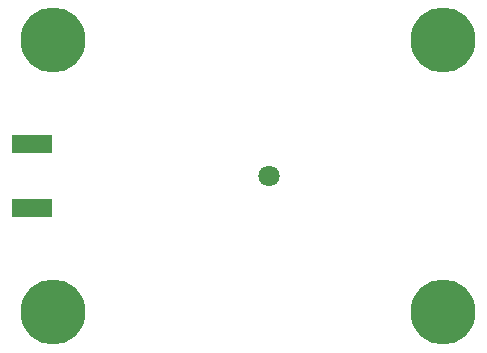
<source format=gbr>
G04*
G04 #@! TF.GenerationSoftware,Altium Limited,Altium Designer,24.9.1 (31)*
G04*
G04 Layer_Color=255*
%FSLAX25Y25*%
%MOIN*%
G70*
G04*
G04 #@! TF.SameCoordinates,21B9ACB0-0D47-4127-AC64-11D31CE697AE*
G04*
G04*
G04 #@! TF.FilePolarity,Positive*
G04*
G01*
G75*
%ADD23R,0.13780X0.05906*%
%ADD45C,0.07087*%
%ADD46C,0.21654*%
D23*
X46260Y69685D02*
D03*
Y48425D02*
D03*
D45*
X125197Y59161D02*
D03*
D46*
X183071Y104331D02*
D03*
X53150Y13780D02*
D03*
X183071D02*
D03*
X53150Y104331D02*
D03*
M02*

</source>
